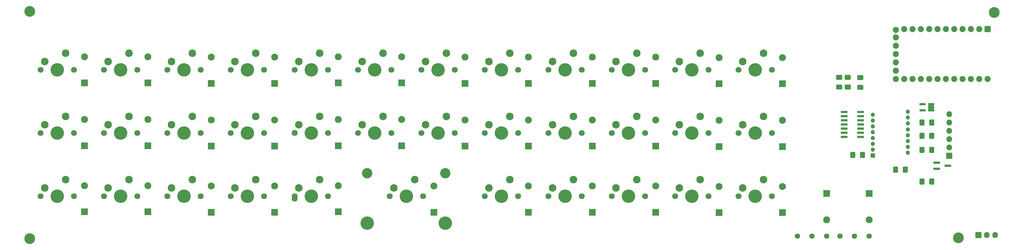
<source format=gbr>
G04 #@! TF.GenerationSoftware,KiCad,Pcbnew,(6.0.7)*
G04 #@! TF.CreationDate,2022-11-03T11:15:43-07:00*
G04 #@! TF.ProjectId,alpha29_pmw3360,616c7068-6132-4395-9f70-6d7733333630,rev?*
G04 #@! TF.SameCoordinates,Original*
G04 #@! TF.FileFunction,Soldermask,Bot*
G04 #@! TF.FilePolarity,Negative*
%FSLAX46Y46*%
G04 Gerber Fmt 4.6, Leading zero omitted, Abs format (unit mm)*
G04 Created by KiCad (PCBNEW (6.0.7)) date 2022-11-03 11:15:43*
%MOMM*%
%LPD*%
G01*
G04 APERTURE LIST*
G04 Aperture macros list*
%AMRoundRect*
0 Rectangle with rounded corners*
0 $1 Rounding radius*
0 $2 $3 $4 $5 $6 $7 $8 $9 X,Y pos of 4 corners*
0 Add a 4 corners polygon primitive as box body*
4,1,4,$2,$3,$4,$5,$6,$7,$8,$9,$2,$3,0*
0 Add four circle primitives for the rounded corners*
1,1,$1+$1,$2,$3*
1,1,$1+$1,$4,$5*
1,1,$1+$1,$6,$7*
1,1,$1+$1,$8,$9*
0 Add four rect primitives between the rounded corners*
20,1,$1+$1,$2,$3,$4,$5,0*
20,1,$1+$1,$4,$5,$6,$7,0*
20,1,$1+$1,$6,$7,$8,$9,0*
20,1,$1+$1,$8,$9,$2,$3,0*%
G04 Aperture macros list end*
%ADD10RoundRect,0.051000X-1.000000X1.000000X-1.000000X-1.000000X1.000000X-1.000000X1.000000X1.000000X0*%
%ADD11C,2.102000*%
%ADD12C,1.802000*%
%ADD13C,4.102000*%
%ADD14C,2.302000*%
%ADD15C,1.626000*%
%ADD16C,3.302000*%
%ADD17C,3.152000*%
%ADD18RoundRect,0.051000X0.876300X0.876300X-0.876300X0.876300X-0.876300X-0.876300X0.876300X-0.876300X0*%
%ADD19C,1.854600*%
%ADD20RoundRect,0.051000X1.000000X-1.000000X1.000000X1.000000X-1.000000X1.000000X-1.000000X-1.000000X0*%
%ADD21O,1.802000X1.802000*%
%ADD22RoundRect,0.051000X-0.850000X-0.850000X0.850000X-0.850000X0.850000X0.850000X-0.850000X0.850000X0*%
%ADD23RoundRect,0.051000X0.850000X-0.850000X0.850000X0.850000X-0.850000X0.850000X-0.850000X-0.850000X0*%
%ADD24RoundRect,0.051000X-0.600000X-0.600000X0.600000X-0.600000X0.600000X0.600000X-0.600000X0.600000X0*%
%ADD25C,1.302000*%
%ADD26RoundRect,0.301001X-0.462499X-0.624999X0.462499X-0.624999X0.462499X0.624999X-0.462499X0.624999X0*%
%ADD27RoundRect,0.051000X0.985000X0.300000X-0.985000X0.300000X-0.985000X-0.300000X0.985000X-0.300000X0*%
%ADD28RoundRect,0.301001X0.462499X0.624999X-0.462499X0.624999X-0.462499X-0.624999X0.462499X-0.624999X0*%
%ADD29RoundRect,0.051000X-1.000000X-0.325000X1.000000X-0.325000X1.000000X0.325000X-1.000000X0.325000X0*%
%ADD30RoundRect,0.051000X0.900000X-0.300000X0.900000X0.300000X-0.900000X0.300000X-0.900000X-0.300000X0*%
%ADD31RoundRect,0.301001X-0.624999X0.462499X-0.624999X-0.462499X0.624999X-0.462499X0.624999X0.462499X0*%
%ADD32RoundRect,0.301001X0.624999X-0.462499X0.624999X0.462499X-0.624999X0.462499X-0.624999X-0.462499X0*%
G04 APERTURE END LIST*
D10*
X259270000Y-146228000D03*
D11*
X259270000Y-138228000D03*
D12*
X129857000Y-161532000D03*
X140017000Y-161532000D03*
D13*
X134937000Y-161532000D03*
D14*
X137477000Y-156452000D03*
X131127000Y-158992000D03*
D10*
X239966000Y-127051000D03*
D11*
X239966000Y-119051000D03*
D12*
X198056000Y-142228000D03*
X187896000Y-142228000D03*
D13*
X192976000Y-142228000D03*
D14*
X195516000Y-137148000D03*
X189166000Y-139688000D03*
D12*
X82105000Y-142228000D03*
D13*
X77025000Y-142228000D03*
D12*
X71945000Y-142228000D03*
D14*
X79565000Y-137148000D03*
X73215000Y-139688000D03*
D12*
X168592000Y-142228000D03*
X178752000Y-142228000D03*
D13*
X173672000Y-142228000D03*
D14*
X176212000Y-137148000D03*
X169862000Y-139688000D03*
D10*
X278574000Y-127178000D03*
D11*
X278574000Y-119178000D03*
D10*
X104584000Y-126924000D03*
D11*
X104584000Y-118924000D03*
D10*
X181927000Y-126924000D03*
D11*
X181927000Y-118924000D03*
D12*
X110553000Y-142228000D03*
X120713000Y-142228000D03*
D13*
X115633000Y-142228000D03*
D14*
X118173000Y-137148000D03*
X111823000Y-139688000D03*
D10*
X239966000Y-166421000D03*
D11*
X239966000Y-158421000D03*
D10*
X162623000Y-166294000D03*
D11*
X162623000Y-158294000D03*
D12*
X71945000Y-161532000D03*
X82105000Y-161532000D03*
D13*
X77025000Y-161532000D03*
D14*
X79565000Y-156452000D03*
X73215000Y-158992000D03*
D13*
X251015000Y-161532000D03*
D12*
X256095000Y-161532000D03*
X245935000Y-161532000D03*
D14*
X253555000Y-156452000D03*
X247205000Y-158992000D03*
D10*
X143192000Y-146228000D03*
D11*
X143192000Y-138228000D03*
D12*
X294703000Y-122924000D03*
D13*
X289623000Y-122924000D03*
D12*
X284543000Y-122924000D03*
D14*
X292163000Y-117844000D03*
X285813000Y-120384000D03*
D15*
X315404000Y-173724000D03*
X319849000Y-173724000D03*
X324294000Y-173724000D03*
D10*
X259270000Y-127051000D03*
D11*
X259270000Y-119051000D03*
D10*
X259270000Y-166421000D03*
D11*
X259270000Y-158421000D03*
D13*
X212280000Y-161532000D03*
D12*
X217360000Y-161532000D03*
X207200000Y-161532000D03*
D14*
X214820000Y-156452000D03*
X208470000Y-158992000D03*
D12*
X226631000Y-122924000D03*
X236791000Y-122924000D03*
D13*
X231711000Y-122924000D03*
D14*
X234251000Y-117844000D03*
X227901000Y-120384000D03*
D12*
X82105000Y-122924000D03*
X71945000Y-122924000D03*
D13*
X77025000Y-122924000D03*
D14*
X79565000Y-117844000D03*
X73215000Y-120384000D03*
D12*
X91249000Y-122924000D03*
X101409000Y-122924000D03*
D13*
X96329000Y-122924000D03*
D14*
X98869000Y-117844000D03*
X92519000Y-120384000D03*
D16*
X68643000Y-105017000D03*
D10*
X220535000Y-166421000D03*
D11*
X220535000Y-158421000D03*
D13*
X192976000Y-122924000D03*
D12*
X187896000Y-122924000D03*
X198056000Y-122924000D03*
D14*
X195516000Y-117844000D03*
X189166000Y-120384000D03*
D12*
X226631000Y-161532000D03*
D13*
X231711000Y-161532000D03*
D12*
X236791000Y-161532000D03*
D14*
X234251000Y-156452000D03*
X227901000Y-158992000D03*
D10*
X143192000Y-127051000D03*
D11*
X143192000Y-119051000D03*
D13*
X115633000Y-161532000D03*
D12*
X110553000Y-161532000D03*
X120713000Y-161532000D03*
D14*
X118173000Y-156452000D03*
X111823000Y-158992000D03*
D10*
X201231000Y-146228000D03*
D11*
X201231000Y-138228000D03*
D10*
X201231000Y-127051000D03*
D11*
X201231000Y-119051000D03*
D13*
X231711000Y-142228000D03*
D12*
X226631000Y-142228000D03*
X236791000Y-142228000D03*
D14*
X234251000Y-137148000D03*
X227901000Y-139688000D03*
D10*
X85280000Y-146101000D03*
D11*
X85280000Y-138101000D03*
D10*
X104584000Y-146101000D03*
D11*
X104584000Y-138101000D03*
D10*
X123888000Y-146228000D03*
D11*
X123888000Y-138228000D03*
D10*
X181927000Y-146101000D03*
D11*
X181927000Y-138101000D03*
D13*
X195224000Y-169772000D03*
D17*
X195224000Y-154532000D03*
D13*
X171424000Y-169772000D03*
D17*
X171424000Y-154532000D03*
D13*
X183324000Y-161532000D03*
D12*
X178244000Y-161532000D03*
X188404000Y-161532000D03*
D14*
X185864000Y-156452000D03*
X179514000Y-158992000D03*
D16*
X362394000Y-105398000D03*
D12*
X217360000Y-142228000D03*
D13*
X212280000Y-142228000D03*
D12*
X207200000Y-142228000D03*
D14*
X214820000Y-137148000D03*
X208470000Y-139688000D03*
D16*
X351472000Y-174232000D03*
D10*
X220535000Y-146228000D03*
D11*
X220535000Y-138228000D03*
D18*
X360362000Y-110478000D03*
D19*
X357822000Y-110478000D03*
X355282000Y-110478000D03*
X352742000Y-110478000D03*
X350202000Y-110478000D03*
X347662000Y-110478000D03*
X345122000Y-110478000D03*
X342582000Y-110478000D03*
X340042000Y-110478000D03*
X337502000Y-110478000D03*
X334962000Y-110478000D03*
X332422000Y-110706600D03*
X332422000Y-125718000D03*
X334962000Y-125718000D03*
X337502000Y-125718000D03*
X340042000Y-125718000D03*
X342582000Y-125718000D03*
X345122000Y-125718000D03*
X347662000Y-125718000D03*
X350202000Y-125718000D03*
X352742000Y-125718000D03*
X355282000Y-125718000D03*
X357822000Y-125718000D03*
X360362000Y-125718000D03*
X332422000Y-113018000D03*
X332422000Y-115558000D03*
X332422000Y-118098000D03*
X332422000Y-120638000D03*
X332422000Y-123178000D03*
D10*
X278574000Y-166548000D03*
D11*
X278574000Y-158548000D03*
D15*
X302450000Y-173724000D03*
X306895000Y-173724000D03*
X311340000Y-173724000D03*
D10*
X162623000Y-126924000D03*
D11*
X162623000Y-118924000D03*
D12*
X284543000Y-161532000D03*
X294703000Y-161532000D03*
D13*
X289623000Y-161532000D03*
D14*
X292163000Y-156452000D03*
X285813000Y-158992000D03*
D10*
X297878000Y-166548000D03*
D11*
X297878000Y-158548000D03*
D13*
X154368000Y-122924000D03*
D12*
X159448000Y-122924000D03*
X149288000Y-122924000D03*
D14*
X156908000Y-117844000D03*
X150558000Y-120384000D03*
D10*
X278574000Y-146355000D03*
D11*
X278574000Y-138355000D03*
D20*
X311340000Y-160707000D03*
D11*
X311340000Y-168707000D03*
D10*
X123888000Y-127051000D03*
D11*
X123888000Y-119051000D03*
D10*
X297878000Y-127178000D03*
D11*
X297878000Y-119178000D03*
D13*
X212280000Y-122924000D03*
D12*
X207200000Y-122924000D03*
X217360000Y-122924000D03*
D14*
X214820000Y-117844000D03*
X208470000Y-120384000D03*
D13*
X96329000Y-161532000D03*
D12*
X91249000Y-161532000D03*
X101409000Y-161532000D03*
D14*
X98869000Y-156452000D03*
X92519000Y-158992000D03*
D12*
X129857000Y-122924000D03*
D13*
X134937000Y-122924000D03*
D12*
X140017000Y-122924000D03*
D14*
X137477000Y-117844000D03*
X131127000Y-120384000D03*
D10*
X162623000Y-146101000D03*
D11*
X162623000Y-138101000D03*
D10*
X191706000Y-166421000D03*
D11*
X191706000Y-158421000D03*
D10*
X220535000Y-127051000D03*
D11*
X220535000Y-119051000D03*
D21*
X348685000Y-136477000D03*
X348685000Y-139017000D03*
X348685000Y-141557000D03*
X348685000Y-144097000D03*
X348685000Y-146637000D03*
D22*
X348685000Y-149177000D03*
D12*
X275399000Y-161532000D03*
X265239000Y-161532000D03*
D13*
X270319000Y-161532000D03*
D14*
X272859000Y-156452000D03*
X266509000Y-158992000D03*
D12*
X149288000Y-162294000D03*
X256095000Y-122924000D03*
X245935000Y-122924000D03*
D13*
X251015000Y-122924000D03*
D14*
X253555000Y-117844000D03*
X247205000Y-120384000D03*
D20*
X324294000Y-160707000D03*
D11*
X324294000Y-168707000D03*
D12*
X91249000Y-142228000D03*
X101409000Y-142228000D03*
D13*
X96329000Y-142228000D03*
D14*
X98869000Y-137148000D03*
X92519000Y-139688000D03*
D16*
X68643000Y-174486000D03*
D10*
X123888000Y-166421000D03*
D11*
X123888000Y-158421000D03*
D10*
X85280000Y-166294000D03*
D11*
X85280000Y-158294000D03*
D10*
X297878000Y-146355000D03*
D11*
X297878000Y-138355000D03*
D12*
X159448000Y-161532000D03*
X149288000Y-161532000D03*
D13*
X154368000Y-161532000D03*
D14*
X156908000Y-156452000D03*
X150558000Y-158992000D03*
D12*
X120713000Y-122924000D03*
X110553000Y-122924000D03*
D13*
X115633000Y-122924000D03*
D14*
X118173000Y-117844000D03*
X111823000Y-120384000D03*
D10*
X143192000Y-166421000D03*
D11*
X143192000Y-158421000D03*
D12*
X275399000Y-142228000D03*
X265239000Y-142228000D03*
D13*
X270319000Y-142228000D03*
D14*
X272859000Y-137148000D03*
X266509000Y-139688000D03*
D10*
X104584000Y-166294000D03*
D11*
X104584000Y-158294000D03*
D10*
X85280000Y-126924000D03*
D11*
X85280000Y-118924000D03*
D12*
X245935000Y-142228000D03*
X256095000Y-142228000D03*
D13*
X251015000Y-142228000D03*
D14*
X253555000Y-137148000D03*
X247205000Y-139688000D03*
D12*
X149288000Y-142101000D03*
D10*
X239966000Y-146228000D03*
D11*
X239966000Y-138228000D03*
D12*
X149288000Y-142228000D03*
X159448000Y-142228000D03*
D13*
X154368000Y-142228000D03*
D14*
X156908000Y-137148000D03*
X150558000Y-139688000D03*
D12*
X168592000Y-122924000D03*
D13*
X173672000Y-122924000D03*
D12*
X178752000Y-122924000D03*
D14*
X176212000Y-117844000D03*
X169862000Y-120384000D03*
D12*
X129857000Y-142228000D03*
D13*
X134937000Y-142228000D03*
D12*
X140017000Y-142228000D03*
D14*
X137477000Y-137148000D03*
X131127000Y-139688000D03*
D23*
X357583000Y-173343000D03*
D21*
X360123000Y-173343000D03*
X362663000Y-173343000D03*
D13*
X289623000Y-142228000D03*
D12*
X284543000Y-142228000D03*
X294703000Y-142228000D03*
D14*
X292163000Y-137148000D03*
X285813000Y-139688000D03*
D13*
X270319000Y-122924000D03*
D12*
X275399000Y-122924000D03*
X265239000Y-122924000D03*
D14*
X272859000Y-117844000D03*
X266509000Y-120384000D03*
D24*
X325421000Y-149095000D03*
D25*
X325421000Y-147315000D03*
X325421000Y-145535000D03*
X325421000Y-143755000D03*
X325421000Y-141975000D03*
X325421000Y-140195000D03*
X325421000Y-138415000D03*
X325421000Y-136635000D03*
X336121000Y-135745000D03*
X336121000Y-137525000D03*
X336121000Y-139305000D03*
X336121000Y-141085000D03*
X336121000Y-142865000D03*
X336121000Y-144645000D03*
X336121000Y-146425000D03*
X336121000Y-148205000D03*
D26*
X340432500Y-143071000D03*
X343407500Y-143071000D03*
D27*
X321685000Y-135817000D03*
X321685000Y-137087000D03*
X321685000Y-138357000D03*
X321685000Y-139627000D03*
X321685000Y-140897000D03*
X321685000Y-142167000D03*
X321685000Y-143437000D03*
X316735000Y-143437000D03*
X316735000Y-142167000D03*
X316735000Y-140897000D03*
X316735000Y-139627000D03*
X316735000Y-138357000D03*
X316735000Y-137087000D03*
X316735000Y-135817000D03*
D28*
X322325500Y-148913000D03*
X319350500Y-148913000D03*
D29*
X344850000Y-153177000D03*
X344850000Y-151277000D03*
X348270000Y-152227000D03*
D28*
X343407500Y-157041000D03*
X340432500Y-157041000D03*
D30*
X343160000Y-133427000D03*
X343160000Y-134377000D03*
X343160000Y-135327000D03*
X340560000Y-135327000D03*
X340560000Y-133427000D03*
D28*
X343407500Y-139007000D03*
X340432500Y-139007000D03*
D31*
X317800000Y-125227000D03*
X317800000Y-128202000D03*
D32*
X321600000Y-128252000D03*
X321600000Y-125277000D03*
X315150000Y-128202000D03*
X315150000Y-125227000D03*
D28*
X343407500Y-147389000D03*
X340432500Y-147389000D03*
D26*
X332322500Y-153427000D03*
X335297500Y-153427000D03*
G36*
X344049414Y-134727000D02*
G01*
X344049414Y-134729000D01*
X344048072Y-134729962D01*
X344041307Y-134731307D01*
X343979674Y-134763546D01*
X343945400Y-134823730D01*
X343949106Y-134892887D01*
X343989647Y-134949112D01*
X344041250Y-134972679D01*
X344048081Y-134974038D01*
X344049585Y-134975357D01*
X344049195Y-134977319D01*
X344047691Y-134978000D01*
X342272318Y-134978000D01*
X342270586Y-134977000D01*
X342270586Y-134975000D01*
X342271928Y-134974038D01*
X342278693Y-134972693D01*
X342340326Y-134940454D01*
X342374600Y-134880270D01*
X342370894Y-134811113D01*
X342330353Y-134754888D01*
X342278750Y-134731321D01*
X342271919Y-134729962D01*
X342270415Y-134728643D01*
X342270805Y-134726681D01*
X342272309Y-134726000D01*
X344047682Y-134726000D01*
X344049414Y-134727000D01*
G37*
G36*
X344049414Y-133777000D02*
G01*
X344049414Y-133779000D01*
X344048072Y-133779962D01*
X344041307Y-133781307D01*
X343979674Y-133813546D01*
X343945400Y-133873730D01*
X343949106Y-133942887D01*
X343989647Y-133999112D01*
X344041250Y-134022679D01*
X344048081Y-134024038D01*
X344049585Y-134025357D01*
X344049195Y-134027319D01*
X344047691Y-134028000D01*
X342272318Y-134028000D01*
X342270586Y-134027000D01*
X342270586Y-134025000D01*
X342271928Y-134024038D01*
X342278693Y-134022693D01*
X342340326Y-133990454D01*
X342374600Y-133930270D01*
X342370894Y-133861113D01*
X342330353Y-133804888D01*
X342278750Y-133781321D01*
X342271919Y-133779962D01*
X342270415Y-133778643D01*
X342270805Y-133776681D01*
X342272309Y-133776000D01*
X344047682Y-133776000D01*
X344049414Y-133777000D01*
G37*
M02*

</source>
